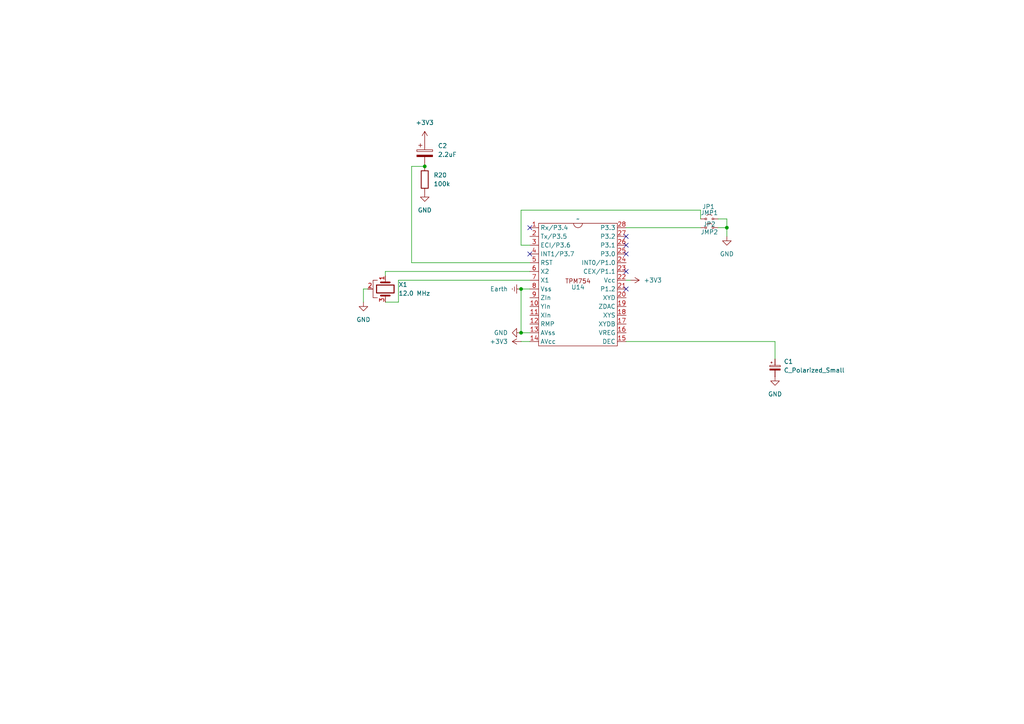
<source format=kicad_sch>
(kicad_sch (version 20231120) (generator "eeschema") (generator_version "8.0")
  (paper "A4")
  (lib_symbols
    (symbol "Device:C_Polarized" (pin_numbers hide) (pin_names (offset 0.254))
      (property "Reference" "C" (at 0.635 2.54 0))
      (property "Value" "C_Polarized" (at 0.635 -2.54 0))
      (symbol "C_Polarized_0_1"
        (rectangle (start -2.286 0.508) (end 2.286 1.016))
        (polyline (pts (xy -1.778 2.286) (xy -0.762 2.286)))
        (polyline (pts (xy -1.27 2.794) (xy -1.27 1.778)))
        (rectangle (start 2.286 -0.508) (end -2.286 -1.016) (fill (type outline)))
      )
      (symbol "C_Polarized_1_1"
        (pin passive line (at 0 3.81 270) (length 2.794) (name "~") (number "1"))
        (pin passive line (at 0 -3.81 90) (length 2.794) (name "~") (number "2"))
      )
    )
    (symbol "Device:C_Polarized_Small" (pin_numbers hide) (pin_names (offset 0.254) hide)
      (property "Reference" "C" (at 0.254 1.778 0))
      (property "Value" "C_Polarized_Small" (at 0.254 -2.032 0))
      (symbol "C_Polarized_Small_0_1"
        (rectangle (start -1.524 -0.3048) (end 1.524 -0.6858) (fill (type outline)))
        (rectangle (start -1.524 0.6858) (end 1.524 0.3048))
        (polyline (pts (xy -1.27 1.524) (xy -0.762 1.524)))
        (polyline (pts (xy -1.016 1.27) (xy -1.016 1.778)))
      )
      (symbol "C_Polarized_Small_1_1"
        (pin passive line (at 0 2.54 270) (length 1.8542) (name "~") (number "1"))
        (pin passive line (at 0 -2.54 90) (length 1.8542) (name "~") (number "2"))
      )
    )
    (symbol "Device:Crystal_GND2" (pin_names (offset 1.016) hide)
      (property "Reference" "Y" (at 0 5.715 0))
      (property "Value" "Crystal_GND2" (at 0 3.81 0))
      (symbol "Crystal_GND2_0_1"
        (rectangle (start -1.143 2.54) (end 1.143 -2.54) (stroke (width 0.3048)))
        (polyline (pts (xy -2.54 0) (xy -1.905 0)))
        (polyline (pts (xy -1.905 -1.27) (xy -1.905 1.27)) (stroke (width 0.508)))
        (polyline (pts (xy 0 -3.81) (xy 0 -3.556)))
        (polyline (pts (xy 1.905 0) (xy 2.54 0)))
        (polyline (pts (xy 1.905 1.27) (xy 1.905 -1.27)) (stroke (width 0.508)))
        (polyline (pts (xy -2.54 -2.286) (xy -2.54 -3.556) (xy 2.54 -3.556) (xy 2.54 -2.286)))
      )
      (symbol "Crystal_GND2_1_1"
        (pin passive line (at -3.81 0 0) (length 1.27) (name "1") (number "1"))
        (pin passive line (at 0 -5.08 90) (length 1.27) (name "2") (number "2"))
        (pin passive line (at 3.81 0 180) (length 1.27) (name "3") (number "3"))
      )
    )
    (symbol "Device:R" (pin_numbers hide) (pin_names (offset 0))
      (property "Reference" "R" (at 2.032 0 90))
      (property "Value" "R" (at 0 0 90))
      (symbol "R_0_1"
        (rectangle (start -1.016 -2.54) (end 1.016 2.54) (stroke (width 0.254)))
      )
      (symbol "R_1_1"
        (pin passive line (at 0 3.81 270) (length 1.27) (name "~") (number "1"))
        (pin passive line (at 0 -3.81 90) (length 1.27) (name "~") (number "2"))
      )
    )
    (symbol "Jumper:Jumper_2_Small_Open" (pin_numbers hide) (pin_names (offset 0) hide) (exclude_from_sim yes)
      (property "Reference" "JP" (at 0 2.794 0))
      (property "Value" "Jumper_2_Small_Open" (at 0 -2.286 0))
      (symbol "Jumper_2_Small_Open_0_0"
        (circle (center -1.016 0) (radius 0.254))
        (circle (center 1.016 0) (radius 0.254))
      )
      (symbol "Jumper_2_Small_Open_0_1"
        (arc (start 0.762 1.0196) (mid 0 1.2729) (end -0.762 1.0196))
      )
      (symbol "Jumper_2_Small_Open_1_1"
        (pin passive line (at -2.54 0 0) (length 1.27) (name "A") (number "1"))
        (pin passive line (at 2.54 0 180) (length 1.27) (name "B") (number "2"))
      )
    )
    (symbol "PCM_4ms_Power-symbol:GND" (power) (pin_names (offset 0))
      (property "Value" "GND" (at 0 -3.81 0))
      (symbol "GND_0_1"
        (polyline (pts (xy 0 0) (xy 0 -1.27) (xy 1.27 -1.27) (xy 0 -2.54) (xy -1.27 -1.27) (xy 0 -1.27)))
      )
      (symbol "GND_1_1"
        (pin power_in line (at 0 0 270) (length 0) hide (name "GND") (number "1"))
      )
    )
    (symbol "Trackpoint:TPM754"
      (property "Reference" "U" (at 0 -13.208 0))
      (symbol "TPM754_0_1"
        (rectangle (start -11.43 5.08) (end 11.43 -30.48))
        (arc (start -1.27 5.08) (mid -0.898 4.182) (end 0 3.81))
        (arc (start 0 3.81) (mid 0.898 4.182) (end 1.27 5.08))
      )
      (symbol "TPM754_1_1"
        (text "TPM754" (at 0 -11.684 0) (effects (font (size 1.27 1.27))))
        (pin bidirectional line (at -13.97 3.81 0) (length 2.54) (name "Rx/P3.4") (number "1"))
        (pin input line (at -13.97 -19.05 0) (length 2.54) (name "YIn") (number "10"))
        (pin input line (at -13.97 -21.59 0) (length 2.54) (name "XIn") (number "11"))
        (pin output line (at -13.97 -24.13 0) (length 2.54) (name "RMP") (number "12"))
        (pin input line (at -13.97 -26.67 0) (length 2.54) (name "AVss") (number "13"))
        (pin input line (at -13.97 -29.21 0) (length 2.54) (name "AVcc") (number "14"))
        (pin output line (at 13.97 -29.21 180) (length 2.54) (name "DEC") (number "15"))
        (pin output line (at 13.97 -26.67 180) (length 2.54) (name "VREG") (number "16"))
        (pin output line (at 13.97 -24.13 180) (length 2.54) (name "XYDB") (number "17"))
        (pin output line (at 13.97 -21.59 180) (length 2.54) (name "XYS") (number "18"))
        (pin output line (at 13.97 -19.05 180) (length 2.54) (name "ZDAC") (number "19"))
        (pin bidirectional line (at -13.97 1.27 0) (length 2.54) (name "Tx/P3.5") (number "2"))
        (pin output line (at 13.97 -16.51 180) (length 2.54) (name "XYD") (number "20"))
        (pin bidirectional line (at 13.97 -13.97 180) (length 2.54) (name "P1.2") (number "21"))
        (pin input line (at 13.97 -11.43 180) (length 2.54) (name "Vcc") (number "22"))
        (pin bidirectional line (at 13.97 -8.89 180) (length 2.54) (name "CEX/P1.1") (number "23"))
        (pin bidirectional line (at 13.97 -6.35 180) (length 2.54) (name "INT0/P1.0") (number "24"))
        (pin bidirectional line (at 13.97 -3.81 180) (length 2.54) (name "P3.0") (number "25"))
        (pin bidirectional line (at 13.97 -1.27 180) (length 2.54) (name "P3.1") (number "26"))
        (pin bidirectional line (at 13.97 1.27 180) (length 2.54) (name "P3.2") (number "27"))
        (pin bidirectional line (at 13.97 3.81 180) (length 2.54) (name "P3.3") (number "28"))
        (pin bidirectional line (at -13.97 -1.27 0) (length 2.54) (name "ECI/P3.6") (number "3"))
        (pin bidirectional line (at -13.97 -3.81 0) (length 2.54) (name "INT1/P3.7") (number "4"))
        (pin input line (at -13.97 -6.35 0) (length 2.54) (name "RST") (number "5"))
        (pin output line (at -13.97 -8.89 0) (length 2.54) (name "X2") (number "6"))
        (pin input line (at -13.97 -11.43 0) (length 2.54) (name "X1") (number "7"))
        (pin input line (at -13.97 -13.97 0) (length 2.54) (name "Vss") (number "8"))
        (pin input line (at -13.97 -16.51 0) (length 2.54) (name "ZIn") (number "9"))
      )
    )
    (symbol "power:+3V3" (power) (pin_numbers hide) (pin_names (offset 0) hide)
      (property "Value" "+3V3" (at 0 3.556 0))
      (symbol "+3V3_0_1"
        (polyline (pts (xy -0.762 1.27) (xy 0 2.54)))
        (polyline (pts (xy 0 0) (xy 0 2.54)))
        (polyline (pts (xy 0 2.54) (xy 0.762 1.27)))
      )
      (symbol "+3V3_1_1"
        (pin power_in line (at 0 0 90) (length 0) (name "~") (number "1"))
      )
    )
    (symbol "power:Earth" (power) (pin_numbers hide) (pin_names (offset 0) hide)
      (property "Value" "Earth" (at 0 -3.81 0))
      (symbol "Earth_0_1"
        (polyline (pts (xy -0.635 -1.905) (xy 0.635 -1.905)))
        (polyline (pts (xy -0.127 -2.54) (xy 0.127 -2.54)))
        (polyline (pts (xy 0 -1.27) (xy 0 0)))
        (polyline (pts (xy 1.27 -1.27) (xy -1.27 -1.27)))
      )
      (symbol "Earth_1_1"
        (pin power_in line (at 0 0 270) (length 0) (name "~") (number "1"))
      )
    )
    (symbol "power:GND" (power) (pin_numbers hide) (pin_names (offset 0) hide)
      (property "Value" "GND" (at 0 -3.81 0))
      (symbol "GND_0_1"
        (polyline (pts (xy 0 0) (xy 0 -1.27) (xy 1.27 -1.27) (xy 0 -2.54) (xy -1.27 -1.27) (xy 0 -1.27)))
      )
      (symbol "GND_1_1"
        (pin power_in line (at 0 0 270) (length 0) (name "~") (number "1"))
      )
    )
  )
  (junction (at 210.82 66.04))
  (junction (at 123.19 48.26))
  (junction (at 151.13 83.82))
  (junction (at 151.13 96.52))
  (no_connect (at 181.61 73.66))
  (no_connect (at 153.67 66.04))
  (no_connect (at 181.61 83.82))
  (no_connect (at 181.61 68.58))
  (no_connect (at 153.67 73.66))
  (no_connect (at 181.61 71.12))
  (no_connect (at 181.61 78.74))
  (wire (pts (xy 119.38 48.26) (xy 119.38 76.2)))
  (wire (pts (xy 181.61 66.04) (xy 203.2 66.04)))
  (wire (pts (xy 181.61 99.06) (xy 224.79 99.06)))
  (wire (pts (xy 224.79 99.06) (xy 224.79 104.14)))
  (wire (pts (xy 151.13 83.82) (xy 153.67 83.82)))
  (wire (pts (xy 153.67 71.12) (xy 151.13 71.12)))
  (wire (pts (xy 208.28 66.04) (xy 210.82 66.04)))
  (wire (pts (xy 153.67 81.28) (xy 115.57 81.28)))
  (wire (pts (xy 153.67 78.74) (xy 111.76 78.74)))
  (wire (pts (xy 151.13 83.82) (xy 151.13 96.52)))
  (wire (pts (xy 203.2 60.96) (xy 203.2 63.5)))
  (wire (pts (xy 182.88 81.28) (xy 181.61 81.28)))
  (wire (pts (xy 106.68 83.82) (xy 105.41 83.82)))
  (wire (pts (xy 151.13 99.06) (xy 153.67 99.06)))
  (wire (pts (xy 115.57 81.28) (xy 115.57 87.63)))
  (wire (pts (xy 153.67 76.2) (xy 119.38 76.2)))
  (wire (pts (xy 111.76 78.74) (xy 111.76 80.01)))
  (wire (pts (xy 151.13 60.96) (xy 203.2 60.96)))
  (wire (pts (xy 119.38 48.26) (xy 123.19 48.26)))
  (wire (pts (xy 105.41 83.82) (xy 105.41 87.63)))
  (wire (pts (xy 210.82 63.5) (xy 210.82 66.04)))
  (wire (pts (xy 151.13 71.12) (xy 151.13 60.96)))
  (wire (pts (xy 208.28 63.5) (xy 210.82 63.5)))
  (wire (pts (xy 210.82 66.04) (xy 210.82 68.58)))
  (wire (pts (xy 115.57 87.63) (xy 111.76 87.63)))
  (wire (pts (xy 151.13 96.52) (xy 153.67 96.52)))
  (symbol (lib_id "Jumper:Jumper_2_Small_Open") (at 205.74 63.5 0) (unit 1) (exclude_from_sim yes)
    (property "Reference" "JP1" (at 205.486 59.944 0))
    (property "Value" "JMP1" (at 205.74 61.722 0))
    (property "Description" "Jumper, 2-pole, small symbol, open" (effects (hide yes)))
  )
  (symbol (lib_id "Jumper:Jumper_2_Small_Open") (at 205.74 66.04 0) (unit 1) (exclude_from_sim yes)
    (property "Reference" "JP2" (at 205.74 65.024 0))
    (property "Value" "JMP2" (at 205.74 67.31 0))
    (property "Description" "Jumper, 2-pole, small symbol, open" (effects (hide yes)))
  )
  (symbol (lib_id "Trackpoint:TPM754") (at 167.64 69.85 0) (unit 1)
    (property "Reference" "U14" (at 167.64 83.312 0))
    (property "Value" "~" (at 167.64 63.5 0))
  )
  (symbol (lib_id "Device:C_Polarized") (at 123.19 44.45 0) (unit 1)
    (property "Reference" "C2" (at 127 42.2909 0) (effects (justify left)))
    (property "Value" "2.2uF" (at 127 44.8309 0) (effects (justify left)))
    (property "Description" "Polarized capacitor" (effects (hide yes)))
  )
  (symbol (lib_id "PCM_4ms_Power-symbol:GND") (at 210.82 68.58 0) (unit 1)
    (property "Reference" "#PWR020" (effects (hide yes)))
    (property "Value" "GND" (at 210.82 73.66 0))
  )
  (symbol (lib_id "Device:R") (at 123.19 52.07 0) (unit 1)
    (property "Reference" "R20" (at 125.73 50.7999 0) (effects (justify left)))
    (property "Value" "100k" (at 125.73 53.3399 0) (effects (justify left)))
    (property "Description" "Resistor" (effects (hide yes)))
  )
  (symbol (lib_id "PCM_4ms_Power-symbol:GND") (at 123.19 55.88 0) (unit 1)
    (property "Reference" "#PWR017" (effects (hide yes)))
    (property "Value" "GND" (at 123.19 60.96 0))
  )
  (symbol (lib_id "power:+3V3") (at 123.19 40.64 0) (unit 1)
    (property "Reference" "#PWR018" (effects (hide yes)))
    (property "Value" "+3V3" (at 123.19 35.56 0))
    (property "Description" "Power symbol creates a global label with name \"+3V3\"" (effects (hide yes)))
  )
  (symbol (lib_id "power:+3V3") (at 182.88 81.28 270) (unit 1)
    (property "Reference" "#PWR012" (effects (hide yes)))
    (property "Value" "+3V3" (at 186.69 81.2799 90) (effects (justify left)))
    (property "Description" "Power symbol creates a global label with name \"+3V3\"" (effects (hide yes)))
  )
  (symbol (lib_id "power:GND") (at 224.79 109.22 0) (unit 1)
    (property "Reference" "#PWR016" (effects (hide yes)))
    (property "Value" "GND" (at 224.79 114.3 0))
    (property "Description" "Power symbol creates a global label with name \"GND\" , ground" (effects (hide yes)))
  )
  (symbol (lib_id "power:GND") (at 151.13 96.52 270) (unit 1)
    (property "Reference" "#PWR014" (effects (hide yes)))
    (property "Value" "GND" (at 147.32 96.5199 90) (effects (justify right)))
    (property "Description" "Power symbol creates a global label with name \"GND\" , ground" (effects (hide yes)))
  )
  (symbol (lib_id "PCM_4ms_Power-symbol:GND") (at 105.41 87.63 0) (unit 1)
    (property "Reference" "#PWR019" (effects (hide yes)))
    (property "Value" "GND" (at 105.41 92.71 0))
  )
  (symbol (lib_id "power:Earth") (at 151.13 83.82 270) (unit 1)
    (property "Reference" "#PWR015" (effects (hide yes)))
    (property "Value" "Earth" (at 147.32 83.8199 90) (effects (justify right)))
    (property "Description" "Power symbol creates a global label with name \"Earth\"" (effects (hide yes)))
  )
  (symbol (lib_id "power:+3V3") (at 151.13 99.06 90) (unit 1)
    (property "Reference" "#PWR013" (effects (hide yes)))
    (property "Value" "+3V3" (at 147.32 99.0599 90) (effects (justify left)))
    (property "Description" "Power symbol creates a global label with name \"+3V3\"" (effects (hide yes)))
  )
  (symbol (lib_id "Device:C_Polarized_Small") (at 224.79 106.68 0) (unit 1)
    (property "Reference" "C1" (at 227.33 104.8638 0) (effects (justify left)))
    (property "Value" "C_Polarized_Small" (at 227.33 107.4038 0) (effects (justify left)))
    (property "Description" "Polarized capacitor, small symbol" (effects (hide yes)))
  )
  (symbol (lib_id "Device:Crystal_GND2") (at 111.76 83.82 270) (unit 1)
    (property "Reference" "X1" (at 115.57 82.5499 90) (effects (justify left)))
    (property "Value" "12.0 MHz" (at 115.57 85.0899 90) (effects (justify left)))
    (property "Description" "Three pin crystal, GND on pin 2" (effects (hide yes)))
  )
)
</source>
